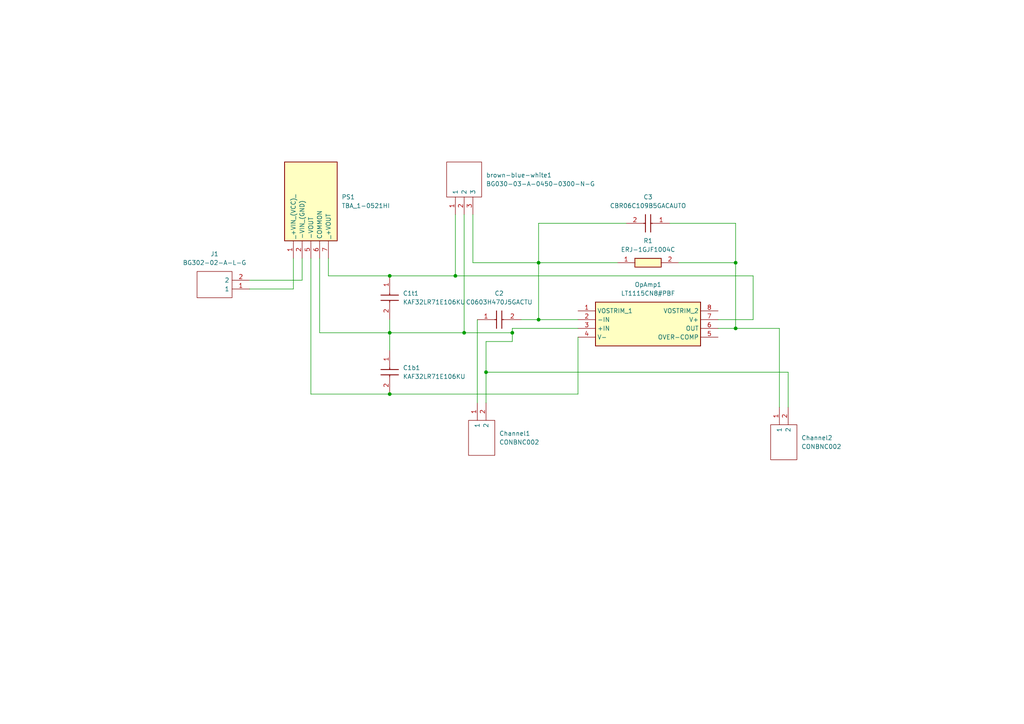
<source format=kicad_sch>
(kicad_sch (version 20231120) (generator "eeschema") (generator_version "8.0")
  (paper "A4")
  (lib_symbols
    (symbol "BG030-03-A-0450-0300-N-G:BG030-03-A-0450-0300-N-G" (pin_names (offset 0.762))
      (property "Reference" "J" (at 16.51 7.62 0))
      (property "Value" "BG030-03-A-0450-0300-N-G" (at 16.51 5.08 0))
      (symbol "BG030-03-A-0450-0300-N-G_0_0"
        (pin passive line (at 0 0 0) (length 5.08) (name "1") (number "1"))
        (pin passive line (at 0 -2.54 0) (length 5.08) (name "2") (number "2"))
        (pin passive line (at 0 -5.08 0) (length 5.08) (name "3") (number "3"))
      )
      (symbol "BG030-03-A-0450-0300-N-G_0_1"
        (polyline (pts (xy 5.08 2.54) (xy 15.24 2.54) (xy 15.24 -7.62) (xy 5.08 -7.62) (xy 5.08 2.54)) (stroke (width 0.1524)))
      )
    )
    (symbol "BG302-02-A-L-G:BG302-02-A-L-G" (pin_names (offset 0.762))
      (property "Reference" "J" (at 16.51 7.62 0))
      (property "Value" "BG302-02-A-L-G" (at 16.51 5.08 0))
      (symbol "BG302-02-A-L-G_0_0"
        (pin passive line (at 0 0 0) (length 5.08) (name "1") (number "1"))
        (pin passive line (at 0 -2.54 0) (length 5.08) (name "2") (number "2"))
      )
      (symbol "BG302-02-A-L-G_0_1"
        (polyline (pts (xy 5.08 2.54) (xy 15.24 2.54) (xy 15.24 -5.08) (xy 5.08 -5.08) (xy 5.08 2.54)) (stroke (width 0.1524)))
      )
    )
    (symbol "C0603H470J5GACTU:C0603H470J5GACTU" (pin_names hide)
      (property "Reference" "C" (at 8.89 6.35 0))
      (property "Value" "C0603H470J5GACTU" (at 8.89 3.81 0))
      (symbol "C0603H470J5GACTU_1_1"
        (polyline (pts (xy 5.08 0) (xy 5.588 0)) (stroke (width 0.254)))
        (polyline (pts (xy 5.588 2.54) (xy 5.588 -2.54)) (stroke (width 0.254)))
        (polyline (pts (xy 7.112 0) (xy 7.62 0)) (stroke (width 0.254)))
        (polyline (pts (xy 7.112 2.54) (xy 7.112 -2.54)) (stroke (width 0.254)))
        (pin passive line (at 0 0 0) (length 5.08) (name "1") (number "1"))
        (pin passive line (at 12.7 0 180) (length 5.08) (name "2") (number "2"))
      )
    )
    (symbol "CBR06C109B5GACAUTO:CBR06C109B5GACAUTO" (pin_names hide)
      (property "Reference" "C" (at 8.89 6.35 0))
      (property "Value" "CBR06C109B5GACAUTO" (at 8.89 3.81 0))
      (symbol "CBR06C109B5GACAUTO_1_1"
        (polyline (pts (xy 5.08 0) (xy 5.588 0)) (stroke (width 0.254)))
        (polyline (pts (xy 5.588 2.54) (xy 5.588 -2.54)) (stroke (width 0.254)))
        (polyline (pts (xy 7.112 0) (xy 7.62 0)) (stroke (width 0.254)))
        (polyline (pts (xy 7.112 2.54) (xy 7.112 -2.54)) (stroke (width 0.254)))
        (pin passive line (at 0 0 0) (length 5.08) (name "1") (number "1"))
        (pin passive line (at 12.7 0 180) (length 5.08) (name "2") (number "2"))
      )
    )
    (symbol "CONBNC002:CONBNC002" (pin_names (offset 0.762))
      (property "Reference" "J" (at 16.51 7.62 0))
      (property "Value" "CONBNC002" (at 16.51 5.08 0))
      (symbol "CONBNC002_0_0"
        (pin passive line (at 0 -2.54 0) (length 5.08) (name "1") (number "1"))
        (pin passive line (at 0 0 0) (length 5.08) (name "2") (number "2"))
      )
      (symbol "CONBNC002_0_1"
        (polyline (pts (xy 5.08 2.54) (xy 15.24 2.54) (xy 15.24 -5.08) (xy 5.08 -5.08) (xy 5.08 2.54)) (stroke (width 0.1524)))
      )
    )
    (symbol "ERJ-1GJF1004C:ERJ-1GJF1004C" (pin_names hide)
      (property "Reference" "R" (at 13.97 6.35 0))
      (property "Value" "ERJ-1GJF1004C" (at 13.97 3.81 0))
      (symbol "ERJ-1GJF1004C_1_1"
        (rectangle (start 5.08 1.27) (end 12.7 -1.27) (stroke (width 0.254)) (fill (type background)))
        (pin passive line (at 0 0 0) (length 5.08) (name "1") (number "1"))
        (pin passive line (at 17.78 0 180) (length 5.08) (name "2") (number "2"))
      )
    )
    (symbol "KAF32LR71E106KU:KAF32LR71E106KU" (pin_names hide)
      (property "Reference" "C" (at 8.89 6.35 0))
      (property "Value" "KAF32LR71E106KU" (at 8.89 3.81 0))
      (symbol "KAF32LR71E106KU_1_1"
        (polyline (pts (xy 5.08 0) (xy 5.588 0)) (stroke (width 0.254)))
        (polyline (pts (xy 5.588 2.54) (xy 5.588 -2.54)) (stroke (width 0.254)))
        (polyline (pts (xy 7.112 0) (xy 7.62 0)) (stroke (width 0.254)))
        (polyline (pts (xy 7.112 2.54) (xy 7.112 -2.54)) (stroke (width 0.254)))
        (pin passive line (at 0 0 0) (length 5.08) (name "1") (number "1"))
        (pin passive line (at 12.7 0 180) (length 5.08) (name "2") (number "2"))
      )
    )
    (symbol "LT1115CN8#PBF:LT1115CN8#PBF"
      (property "Reference" "IC" (at 36.83 7.62 0))
      (property "Value" "LT1115CN8#PBF" (at 36.83 5.08 0))
      (symbol "LT1115CN8#PBF_1_1"
        (rectangle (start 5.08 2.54) (end 35.56 -10.16) (stroke (width 0.254)) (fill (type background)))
        (pin passive line (at 0 0 0) (length 5.08) (name "VOSTRIM_1") (number "1"))
        (pin passive line (at 0 -2.54 0) (length 5.08) (name "-IN") (number "2"))
        (pin passive line (at 0 -5.08 0) (length 5.08) (name "+IN") (number "3"))
        (pin passive line (at 0 -7.62 0) (length 5.08) (name "V-") (number "4"))
        (pin passive line (at 40.64 -7.62 180) (length 5.08) (name "OVER-COMP") (number "5"))
        (pin passive line (at 40.64 -5.08 180) (length 5.08) (name "OUT") (number "6"))
        (pin passive line (at 40.64 -2.54 180) (length 5.08) (name "V+") (number "7"))
        (pin passive line (at 40.64 0 180) (length 5.08) (name "VOSTRIM_2") (number "8"))
      )
    )
    (symbol "TBA_1-0521HI:TBA_1-0521HI"
      (property "Reference" "PS" (at 29.21 7.62 0))
      (property "Value" "TBA_1-0521HI" (at 29.21 5.08 0))
      (symbol "TBA_1-0521HI_1_1"
        (rectangle (start 5.08 2.54) (end 27.94 -12.7) (stroke (width 0.254)) (fill (type background)))
        (pin passive line (at 0 0 0) (length 5.08) (name "_+VIN_(VCC)_") (number "1"))
        (pin passive line (at 0 -2.54 0) (length 5.08) (name "-VIN_(GND)") (number "2"))
        (pin passive line (at 0 -5.08 0) (length 5.08) (name "-VOUT") (number "5"))
        (pin passive line (at 0 -7.62 0) (length 5.08) (name "COMMON") (number "6"))
        (pin passive line (at 0 -10.16 0) (length 5.08) (name "_+VOUT") (number "7"))
      )
    )
  )
  (junction (at 213.36 95.25))
  (junction (at 156.21 76.2))
  (junction (at 156.21 92.71))
  (junction (at 148.59 96.52))
  (junction (at 113.03 80.01))
  (junction (at 113.03 114.3))
  (junction (at 213.36 76.2))
  (junction (at 134.62 96.52))
  (junction (at 132.08 80.01))
  (junction (at 113.03 96.52))
  (junction (at 140.97 107.95))
  (wire (pts (xy 137.16 76.2) (xy 137.16 62.23)))
  (wire (pts (xy 148.59 95.25) (xy 167.64 95.25)))
  (wire (pts (xy 138.43 92.71) (xy 138.43 116.84)))
  (wire (pts (xy 87.63 74.93) (xy 87.63 81.28)))
  (wire (pts (xy 95.25 74.93) (xy 95.25 80.01)))
  (wire (pts (xy 140.97 116.84) (xy 140.97 107.95)))
  (wire (pts (xy 140.97 107.95) (xy 228.6 107.95)))
  (wire (pts (xy 151.13 92.71) (xy 156.21 92.71)))
  (wire (pts (xy 90.17 74.93) (xy 90.17 114.3)))
  (wire (pts (xy 134.62 96.52) (xy 113.03 96.52)))
  (wire (pts (xy 156.21 76.2) (xy 156.21 92.71)))
  (wire (pts (xy 226.06 95.25) (xy 226.06 118.11)))
  (wire (pts (xy 140.97 107.95) (xy 140.97 99.06)))
  (wire (pts (xy 134.62 62.23) (xy 134.62 96.52)))
  (wire (pts (xy 213.36 95.25) (xy 226.06 95.25)))
  (wire (pts (xy 113.03 92.71) (xy 113.03 96.52)))
  (wire (pts (xy 148.59 99.06) (xy 148.59 96.52)))
  (wire (pts (xy 213.36 76.2) (xy 213.36 95.25)))
  (wire (pts (xy 132.08 80.01) (xy 218.44 80.01)))
  (wire (pts (xy 228.6 107.95) (xy 228.6 118.11)))
  (wire (pts (xy 218.44 80.01) (xy 218.44 92.71)))
  (wire (pts (xy 132.08 62.23) (xy 132.08 80.01)))
  (wire (pts (xy 213.36 95.25) (xy 208.28 95.25)))
  (wire (pts (xy 148.59 96.52) (xy 134.62 96.52)))
  (wire (pts (xy 213.36 76.2) (xy 196.85 76.2)))
  (wire (pts (xy 156.21 76.2) (xy 137.16 76.2)))
  (wire (pts (xy 148.59 96.52) (xy 148.59 95.25)))
  (wire (pts (xy 156.21 92.71) (xy 167.64 92.71)))
  (wire (pts (xy 87.63 81.28) (xy 72.39 81.28)))
  (wire (pts (xy 213.36 64.77) (xy 213.36 76.2)))
  (wire (pts (xy 113.03 96.52) (xy 113.03 101.6)))
  (wire (pts (xy 113.03 80.01) (xy 132.08 80.01)))
  (wire (pts (xy 85.09 74.93) (xy 85.09 83.82)))
  (wire (pts (xy 95.25 80.01) (xy 113.03 80.01)))
  (wire (pts (xy 85.09 83.82) (xy 72.39 83.82)))
  (wire (pts (xy 113.03 114.3) (xy 167.64 114.3)))
  (wire (pts (xy 156.21 76.2) (xy 179.07 76.2)))
  (wire (pts (xy 194.31 64.77) (xy 213.36 64.77)))
  (wire (pts (xy 140.97 99.06) (xy 148.59 99.06)))
  (wire (pts (xy 218.44 92.71) (xy 208.28 92.71)))
  (wire (pts (xy 167.64 97.79) (xy 167.64 114.3)))
  (wire (pts (xy 92.71 96.52) (xy 92.71 74.93)))
  (wire (pts (xy 156.21 64.77) (xy 181.61 64.77)))
  (wire (pts (xy 113.03 96.52) (xy 92.71 96.52)))
  (wire (pts (xy 156.21 64.77) (xy 156.21 76.2)))
  (wire (pts (xy 113.03 114.3) (xy 90.17 114.3)))
  (symbol (lib_id "KAF32LR71E106KU:KAF32LR71E106KU") (at 113.03 80.01 270) (unit 1)
    (property "Reference" "C1t1" (at 116.84 85.0899 90) (effects (justify left)))
    (property "Value" "KAF32LR71E106KU" (at 116.84 87.6299 90) (effects (justify left)))
    (property "Footprint" "CAPC3325X280N" (effects (hide yes)))
    (property "Datasheet" "https://datasheets.kyocera-avx.com/FlexitermMLCC.pdf" (effects (hide yes)))
    (property "Description" "Multilayer Ceramic Capacitors MLCC - SMD/SMT 25V 10uF X7R 1210 10% AEC-Q200 FLEXITERM" (effects (hide yes)))
    (property "Height" "2.8" (effects (hide yes)))
    (property "Mouser Part Number" "581-KAF32LR71E106KU" (effects (hide yes)))
    (property "Mouser Price/Stock" "https://www.mouser.co.uk/ProductDetail/KYOCERA-AVX/KAF32LR71E106KU?qs=Jm2GQyTW%2Fbg0iZZwi55ltw%3D%3D" (effects (hide yes)))
    (property "Manufacturer_Name" "KYOCERA" (effects (hide yes)))
    (property "Manufacturer_Part_Number" "KAF32LR71E106KU" (effects (hide yes)))
  )
  (symbol (lib_id "BG030-03-A-0450-0300-N-G:BG030-03-A-0450-0300-N-G") (at 132.08 62.23 90) (unit 1)
    (property "Reference" "brown-blue-white1" (at 140.97 50.7999 90) (effects (justify right)))
    (property "Value" "BG030-03-A-0450-0300-N-G" (at 140.97 53.3399 90) (effects (justify right)))
    (property "Footprint" "3 pin:HDRV3W64P0X254_1X3_762X250X724P" (effects (hide yes)))
    (property "Datasheet" "https://gct.co/files/drawings/bg030.pdf" (effects (hide yes)))
    (property "Description" "Board to Board & Mezzanine Connectors 3w, 2.54mm Pitch Pin Hdr, SIL, TH, Vert, GF, Box" (effects (hide yes)))
    (property "Height" "7.24" (effects (hide yes)))
    (property "Mouser Part Number" "640-BG030-03A0453NG" (effects (hide yes)))
    (property "Mouser Price/Stock" "https://www.mouser.co.uk/ProductDetail/GCT/BG030-03-A-0450-0300-N-G?qs=iLbezkQI%252BshC%2Fei%2Fgzxysw%3D%3D" (effects (hide yes)))
    (property "Manufacturer_Name" "GCT (GLOBAL CONNECTOR TECHNOLOGY)" (effects (hide yes)))
    (property "Manufacturer_Part_Number" "BG030-03-A-0450-0300-N-G" (effects (hide yes)))
  )
  (symbol (lib_id "CBR06C109B5GACAUTO:CBR06C109B5GACAUTO") (at 194.31 64.77 180) (unit 1)
    (property "Reference" "C3" (at 187.96 57.15 0))
    (property "Value" "CBR06C109B5GACAUTO" (at 187.96 59.69 0))
    (property "Footprint" "1 pF KEMET:CBR06" (effects (hide yes)))
    (property "Datasheet" "https://search.kemet.com/download/datasheet/CBR06C109B5GACAUTO" (effects (hide yes)))
    (property "Description" "Multilayer Ceramic Capacitors MLCC - SMD/SMT 50Vol 1pF C0G 0.10pF 0603 AEC-Q200" (effects (hide yes)))
    (property "Mouser Part Number" "80-CBR06C109B5GAUTO" (effects (hide yes)))
    (property "Mouser Price/Stock" "https://www.mouser.co.uk/ProductDetail/KEMET/CBR06C109B5GACAUTO?qs=By6Nw2ByBD3Q%252BDdQ3pawMw%3D%3D" (effects (hide yes)))
    (property "Manufacturer_Name" "KEMET" (effects (hide yes)))
    (property "Manufacturer_Part_Number" "CBR06C109B5GACAUTO" (effects (hide yes)))
  )
  (symbol (lib_id "CONBNC002:CONBNC002") (at 228.6 118.11 270) (unit 1)
    (property "Reference" "Channel2" (at 232.41 126.9999 90) (effects (justify left)))
    (property "Value" "CONBNC002" (at 232.41 129.5399 90) (effects (justify left)))
    (property "Footprint" "Coax:CONBNC002" (effects (hide yes)))
    (property "Datasheet" "https://www.te.com/commerce/DocumentDelivery/DDEController?Action=showdoc&DocId=Customer+Drawing%7FC-CONBNC002%7FA%7Fpdf%7FEnglish%7FENG_CD_C-CONBNC002_A.pdf%7FCONBNC002" (effects (hide yes)))
    (property "Description" "RF Connectors / Coaxial Connectors BNC Connector Right Angle Jack, Female Socket 50 Ohm, Through Hole" (effects (hide yes)))
    (property "Height" "16" (effects (hide yes)))
    (property "Mouser Part Number" "N/A" (effects (hide yes)))
    (property "Mouser Price/Stock" "https://www.mouser.co.uk/ProductDetail/TE-Connectivity/CONBNC002?qs=3Rah4i%252BhyCHiIo0AD1KSrA%3D%3D" (effects (hide yes)))
    (property "Manufacturer_Name" "TE Connectivity" (effects (hide yes)))
    (property "Manufacturer_Part_Number" "CONBNC002" (effects (hide yes)))
  )
  (symbol (lib_id "CONBNC002:CONBNC002") (at 140.97 116.84 270) (unit 1)
    (property "Reference" "Channel1" (at 144.78 125.7299 90) (effects (justify left)))
    (property "Value" "CONBNC002" (at 144.78 128.2699 90) (effects (justify left)))
    (property "Footprint" "Coax:CONBNC002" (effects (hide yes)))
    (property "Datasheet" "https://www.te.com/commerce/DocumentDelivery/DDEController?Action=showdoc&DocId=Customer+Drawing%7FC-CONBNC002%7FA%7Fpdf%7FEnglish%7FENG_CD_C-CONBNC002_A.pdf%7FCONBNC002" (effects (hide yes)))
    (property "Description" "RF Connectors / Coaxial Connectors BNC Connector Right Angle Jack, Female Socket 50 Ohm, Through Hole" (effects (hide yes)))
    (property "Height" "16" (effects (hide yes)))
    (property "Mouser Part Number" "N/A" (effects (hide yes)))
    (property "Mouser Price/Stock" "https://www.mouser.co.uk/ProductDetail/TE-Connectivity/CONBNC002?qs=3Rah4i%252BhyCHiIo0AD1KSrA%3D%3D" (effects (hide yes)))
    (property "Manufacturer_Name" "TE Connectivity" (effects (hide yes)))
    (property "Manufacturer_Part_Number" "CONBNC002" (effects (hide yes)))
  )
  (symbol (lib_id "TBA_1-0521HI:TBA_1-0521HI") (at 85.09 74.93 90) (unit 1)
    (property "Reference" "PS1" (at 99.06 57.1499 90) (effects (justify right)))
    (property "Value" "TBA_1-0521HI" (at 99.06 59.6899 90) (effects (justify right)))
    (property "Footprint" "5V-5V:TBA10521HI" (effects (hide yes)))
    (property "Datasheet" "https://tracopower.com/tba1hi-datasheet/" (effects (hide yes)))
    (property "Description" "1 Watt DC/DC converter, industrial, +/-10% input, short circuit protection, 3000 VDC isolation, unregulated, encapsulated, SIP-7" (effects (hide yes)))
    (property "Height" "9.85" (effects (hide yes)))
    (property "Mouser Part Number" "495-TBA1-0521HI" (effects (hide yes)))
    (property "Mouser Price/Stock" "https://www.mouser.co.uk/ProductDetail/TRACO-Power/TBA-1-0521HI?qs=byeeYqUIh0Of75fD26t9jw%3D%3D" (effects (hide yes)))
    (property "Manufacturer_Name" "Traco Power" (effects (hide yes)))
    (property "Manufacturer_Part_Number" "TBA 1-0521HI" (effects (hide yes)))
  )
  (symbol (lib_id "ERJ-1GJF1004C:ERJ-1GJF1004C") (at 179.07 76.2 0) (unit 1)
    (property "Reference" "R1" (at 187.96 69.85 0))
    (property "Value" "ERJ-1GJF1004C" (at 187.96 72.39 0))
    (property "Footprint" "1 MOhms R:ERJ1GJJ2R4C" (effects (hide yes)))
    (property "Datasheet" "https://industrial.panasonic.com/cdbs/www-data/pdf/RDA0000/AOA0000C304.pdf" (effects (hide yes)))
    (property "Description" "Series/Type: Precision Thick Film Chip Resistors, Power Rating (W): 0.05, Chip Size (LxW(EIA)) (mm): 0.6 x 0.3 (EIA:0201), Resistance Values (): 1000000, Resistance Tolerance (%): 1, T.C.R (10/K): +/-200" (effects (hide yes)))
    (property "Height" "0.26" (effects (hide yes)))
    (property "Mouser Part Number" "667-ERJ-1GJF1004C" (effects (hide yes)))
    (property "Mouser Price/Stock" "https://www.mouser.co.uk/ProductDetail/Panasonic/ERJ-1GJF1004C?qs=OcgtsXO%252B3gt%252B%2FF8grdzXWA%3D%3D" (effects (hide yes)))
    (property "Manufacturer_Name" "Panasonic" (effects (hide yes)))
    (property "Manufacturer_Part_Number" "ERJ-1GJF1004C" (effects (hide yes)))
  )
  (symbol (lib_id "LT1115CN8#PBF:LT1115CN8#PBF") (at 167.64 90.17 0) (unit 1)
    (property "Reference" "OpAmp1" (at 187.96 82.55 0))
    (property "Value" "LT1115CN8#PBF" (at 187.96 85.09 0))
    (property "Footprint" "LT1115CN8:DIP794W53P254L1016H394Q8N" (effects (hide yes)))
    (property "Datasheet" "https://www.arrow.com/en/products/lt1115cn8pbf/linear-technology" (effects (hide yes)))
    (property "Description" "OP Amp Single GP +/-22V 8-Pin PDIP N" (effects (hide yes)))
    (property "Height" "3.937" (effects (hide yes)))
    (property "Mouser Part Number" "584-LT1115CN8#PBF" (effects (hide yes)))
    (property "Mouser Price/Stock" "https://www.mouser.co.uk/ProductDetail/Analog-Devices/LT1115CN8PBF?qs=ytflclh7QUWk8x4PZzUG3w%3D%3D" (effects (hide yes)))
    (property "Manufacturer_Name" "Analog Devices" (effects (hide yes)))
    (property "Manufacturer_Part_Number" "LT1115CN8#PBF" (effects (hide yes)))
  )
  (symbol (lib_id "KAF32LR71E106KU:KAF32LR71E106KU") (at 113.03 101.6 270) (unit 1)
    (property "Reference" "C1b1" (at 116.84 106.6799 90) (effects (justify left)))
    (property "Value" "KAF32LR71E106KU" (at 116.84 109.2199 90) (effects (justify left)))
    (property "Footprint" "CAPC3325X280N" (effects (hide yes)))
    (property "Datasheet" "https://datasheets.kyocera-avx.com/FlexitermMLCC.pdf" (effects (hide yes)))
    (property "Description" "Multilayer Ceramic Capacitors MLCC - SMD/SMT 25V 10uF X7R 1210 10% AEC-Q200 FLEXITERM" (effects (hide yes)))
    (property "Height" "2.8" (effects (hide yes)))
    (property "Mouser Part Number" "581-KAF32LR71E106KU" (effects (hide yes)))
    (property "Mouser Price/Stock" "https://www.mouser.co.uk/ProductDetail/KYOCERA-AVX/KAF32LR71E106KU?qs=Jm2GQyTW%2Fbg0iZZwi55ltw%3D%3D" (effects (hide yes)))
    (property "Manufacturer_Name" "KYOCERA" (effects (hide yes)))
    (property "Manufacturer_Part_Number" "KAF32LR71E106KU" (effects (hide yes)))
  )
  (symbol (lib_id "BG302-02-A-L-G:BG302-02-A-L-G") (at 72.39 83.82 180) (unit 1)
    (property "Reference" "J1" (at 62.23 73.66 0))
    (property "Value" "BG302-02-A-L-G" (at 62.23 76.2 0))
    (property "Footprint" "RHDRRA2W64P0X254_1X2_558X570X265P" (effects (hide yes)))
    (property "Datasheet" "https://gct.co/files/drawings/bg302.pdf" (effects (hide yes)))
    (property "Description" "2W, 2.54MM PTH SOCKET, SIL, TH," (effects (hide yes)))
    (property "Height" "2.65" (effects (hide yes)))
    (property "Mouser Part Number" "640-BG302-02-A-L-G" (effects (hide yes)))
    (property "Mouser Price/Stock" "https://www.mouser.co.uk/ProductDetail/GCT/BG302-02-A-L-G?qs=KUoIvG%2F9IlYVkhtxGalLxA%3D%3D" (effects (hide yes)))
    (property "Manufacturer_Name" "GCT (GLOBAL CONNECTOR TECHNOLOGY)" (effects (hide yes)))
    (property "Manufacturer_Part_Number" "BG302-02-A-L-G" (effects (hide yes)))
  )
  (symbol (lib_id "C0603H470J5GACTU:C0603H470J5GACTU") (at 138.43 92.71 0) (unit 1)
    (property "Reference" "C2" (at 144.78 85.09 0))
    (property "Value" "C0603H470J5GACTU" (at 144.78 87.63 0))
    (property "Footprint" "47 pF KEMET:C0603" (effects (hide yes)))
    (property "Datasheet" "https://content.kemet.com/datasheets/KEM_C1001_C0G_200C_SMD.pdf" (effects (hide yes)))
    (property "Description" "SMD Indust C0G HT200C, Ceramic, 47 pF, 5%, 50 VDC, 125 VDC, 200C, -55C, C0G, SMD, MLCC, High Temperature, Ultra-Stable, Low Loss, 0.1 % , 100 GOhms, 3.7 mg, 0603, 1.6mm, 0.8mm, 0.8mm, 0.7mm, 0.35mm, 4000, 78  Weeks, 120" (effects (hide yes)))
    (property "Height" "0.87" (effects (hide yes)))
    (property "Mouser Part Number" "80-C0603H470J5GACTU" (effects (hide yes)))
    (property "Mouser Price/Stock" "https://www.mouser.co.uk/ProductDetail/KEMET/C0603H470J5GACTU?qs=OlC7AqGiEDlBSvW2T4T4RQ%3D%3D" (effects (hide yes)))
    (property "Manufacturer_Name" "KEMET" (effects (hide yes)))
    (property "Manufacturer_Part_Number" "C0603H470J5GACTU" (effects (hide yes)))
  )
)
</source>
